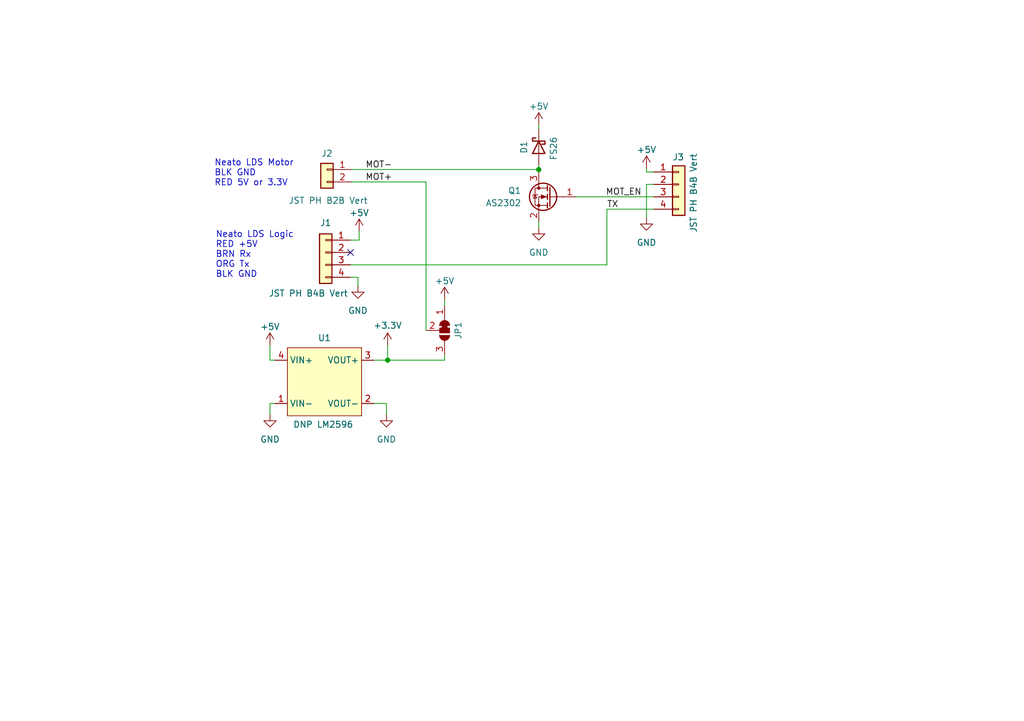
<source format=kicad_sch>
(kicad_sch (version 20230121) (generator eeschema)
  (paper "A5")
  (title_block (title "Neato XV/Botvac LDS adapter") (date "2024-01-16") (rev "0.1.0") (company "makerspet.com"))
  (lib_symbols
    (symbol "Connector_Generic:Conn_01x02" (pin_names (offset 1.016) hide)
      (property "Reference" "J" (at 0 2.54 0))
      (property "Value" "Conn_01x02" (at 0 -5.08 0))
      (symbol "Conn_01x02_1_1"
        (rectangle (start -1.27 -2.413) (end 0 -2.667) (stroke (width 0.1524)))
        (rectangle (start -1.27 0.127) (end 0 -0.127) (stroke (width 0.1524)))
        (rectangle (start -1.27 1.27) (end 1.27 -3.81) (stroke (width 0.254)) (fill (type background)))
        (pin passive line (at -5.08 0 0) (length 3.81) (name "Pin_1") (number "1"))
        (pin passive line (at -5.08 -2.54 0) (length 3.81) (name "Pin_2") (number "2"))
      )
    )
    (symbol "Connector_Generic:Conn_01x04" (pin_names (offset 1.016) hide)
      (property "Reference" "J" (at 0 5.08 0))
      (property "Value" "Conn_01x04" (at 0 -7.62 0))
      (symbol "Conn_01x04_1_1"
        (rectangle (start -1.27 -4.953) (end 0 -5.207) (stroke (width 0.1524)))
        (rectangle (start -1.27 -2.413) (end 0 -2.667) (stroke (width 0.1524)))
        (rectangle (start -1.27 0.127) (end 0 -0.127) (stroke (width 0.1524)))
        (rectangle (start -1.27 2.667) (end 0 2.413) (stroke (width 0.1524)))
        (rectangle (start -1.27 3.81) (end 1.27 -6.35) (stroke (width 0.254)) (fill (type background)))
        (pin passive line (at -5.08 2.54 0) (length 3.81) (name "Pin_1") (number "1"))
        (pin passive line (at -5.08 0 0) (length 3.81) (name "Pin_2") (number "2"))
        (pin passive line (at -5.08 -2.54 0) (length 3.81) (name "Pin_3") (number "3"))
        (pin passive line (at -5.08 -5.08 0) (length 3.81) (name "Pin_4") (number "4"))
      )
    )
    (symbol "Device:D_Schottky" (pin_numbers hide) (pin_names (offset 1.016) hide)
      (property "Reference" "D" (at 0 2.54 0))
      (property "Value" "D_Schottky" (at 0 -2.54 0))
      (symbol "D_Schottky_0_1"
        (polyline (pts (xy 1.27 0) (xy -1.27 0)))
        (polyline (pts (xy 1.27 1.27) (xy 1.27 -1.27) (xy -1.27 0) (xy 1.27 1.27)) (stroke (width 0.254)))
        (polyline (pts (xy -1.905 0.635) (xy -1.905 1.27) (xy -1.27 1.27) (xy -1.27 -1.27) (xy -0.635 -1.27) (xy -0.635 -0.635)) (stroke (width 0.254)))
      )
      (symbol "D_Schottky_1_1"
        (pin passive line (at -3.81 0 0) (length 2.54) (name "K") (number "1"))
        (pin passive line (at 3.81 0 180) (length 2.54) (name "A") (number "2"))
      )
    )
    (symbol "Jumper:SolderJumper_3_Bridged12" (pin_names (offset 0) hide)
      (property "Reference" "JP" (at -2.54 -2.54 0))
      (property "Value" "SolderJumper_3_Bridged12" (at 0 2.794 0))
      (symbol "SolderJumper_3_Bridged12_0_1"
        (rectangle (start -1.016 0.508) (end -0.508 -0.508) (fill (type outline)))
        (arc (start -1.016 1.016) (mid -2.0276 0) (end -1.016 -1.016))
        (arc (start -1.016 1.016) (mid -2.0276 0) (end -1.016 -1.016) (fill (type outline)))
        (rectangle (start -0.508 1.016) (end 0.508 -1.016) (fill (type outline)))
        (polyline (pts (xy -2.54 0) (xy -2.032 0)))
        (polyline (pts (xy -1.016 1.016) (xy -1.016 -1.016)))
        (polyline (pts (xy 0 -1.27) (xy 0 -1.016)))
        (polyline (pts (xy 1.016 1.016) (xy 1.016 -1.016)))
        (polyline (pts (xy 2.54 0) (xy 2.032 0)))
        (arc (start 1.016 -1.016) (mid 2.0276 0) (end 1.016 1.016))
        (arc (start 1.016 -1.016) (mid 2.0276 0) (end 1.016 1.016) (fill (type outline)))
      )
      (symbol "SolderJumper_3_Bridged12_1_1"
        (pin passive line (at -5.08 0 0) (length 2.54) (name "A") (number "1"))
        (pin passive line (at 0 -3.81 90) (length 2.54) (name "C") (number "2"))
        (pin passive line (at 5.08 0 180) (length 2.54) (name "B") (number "3"))
      )
    )
    (symbol "Makerspet:LM2596 Module"
      (property "Reference" "U" (at 0 -1.27 0))
      (symbol "LM2596 Module_1_1"
        (rectangle (start -7.62 -2.54) (end 7.62 -16.51) (fill (type background)))
        (pin passive line (at -10.16 -13.97 0) (length 2.54) (name "VIN-") (number "1"))
        (pin passive line (at 10.16 -13.97 180) (length 2.54) (name "VOUT-") (number "2"))
        (pin power_out line (at 10.16 -5.08 180) (length 2.54) (name "VOUT+") (number "3"))
        (pin power_in line (at -10.16 -5.08 0) (length 2.54) (name "VIN+") (number "4"))
      )
    )
    (symbol "Transistor_FET:BSS123" (pin_names hide)
      (property "Reference" "Q" (at 5.08 1.905 0))
      (property "Value" "BSS123" (at 5.08 0 0))
      (symbol "BSS123_0_1"
        (polyline (pts (xy 0.254 0) (xy -2.54 0)))
        (polyline (pts (xy 0.254 1.905) (xy 0.254 -1.905)) (stroke (width 0.254)))
        (polyline (pts (xy 0.762 -1.27) (xy 0.762 -2.286)) (stroke (width 0.254)))
        (polyline (pts (xy 0.762 0.508) (xy 0.762 -0.508)) (stroke (width 0.254)))
        (polyline (pts (xy 0.762 2.286) (xy 0.762 1.27)) (stroke (width 0.254)))
        (polyline (pts (xy 2.54 2.54) (xy 2.54 1.778)))
        (polyline (pts (xy 2.54 -2.54) (xy 2.54 0) (xy 0.762 0)))
        (polyline (pts (xy 0.762 -1.778) (xy 3.302 -1.778) (xy 3.302 1.778) (xy 0.762 1.778)))
        (polyline (pts (xy 1.016 0) (xy 2.032 0.381) (xy 2.032 -0.381) (xy 1.016 0)) (fill (type outline)))
        (polyline (pts (xy 2.794 0.508) (xy 2.921 0.381) (xy 3.683 0.381) (xy 3.81 0.254)))
        (polyline (pts (xy 3.302 0.381) (xy 2.921 -0.254) (xy 3.683 -0.254) (xy 3.302 0.381)))
        (circle (center 1.651 0) (radius 2.794) (stroke (width 0.254)))
        (circle (center 2.54 -1.778) (radius 0.254) (fill (type outline)))
        (circle (center 2.54 1.778) (radius 0.254) (fill (type outline)))
      )
      (symbol "BSS123_1_1"
        (pin input line (at -5.08 0 0) (length 2.54) (name "G") (number "1"))
        (pin passive line (at 2.54 -5.08 90) (length 2.54) (name "S") (number "2"))
        (pin passive line (at 2.54 5.08 270) (length 2.54) (name "D") (number "3"))
      )
    )
    (symbol "power:+3.3V" (power) (pin_names (offset 0))
      (property "Value" "+3.3V" (at 0 3.556 0))
      (symbol "+3.3V_0_1"
        (polyline (pts (xy -0.762 1.27) (xy 0 2.54)))
        (polyline (pts (xy 0 0) (xy 0 2.54)))
        (polyline (pts (xy 0 2.54) (xy 0.762 1.27)))
      )
      (symbol "+3.3V_1_1"
        (pin power_in line (at 0 0 90) (length 0) hide (name "+3.3V") (number "1"))
      )
    )
    (symbol "power:+5V" (power) (pin_names (offset 0))
      (property "Value" "+5V" (at 0 3.556 0))
      (symbol "+5V_0_1"
        (polyline (pts (xy -0.762 1.27) (xy 0 2.54)))
        (polyline (pts (xy 0 0) (xy 0 2.54)))
        (polyline (pts (xy 0 2.54) (xy 0.762 1.27)))
      )
      (symbol "+5V_1_1"
        (pin power_in line (at 0 0 90) (length 0) hide (name "+5V") (number "1"))
      )
    )
    (symbol "power:GND" (power) (pin_names (offset 0))
      (property "Value" "GND" (at 0 -3.81 0))
      (symbol "GND_0_1"
        (polyline (pts (xy 0 0) (xy 0 -1.27) (xy 1.27 -1.27) (xy 0 -2.54) (xy -1.27 -1.27) (xy 0 -1.27)))
      )
      (symbol "GND_1_1"
        (pin power_in line (at 0 0 270) (length 0) hide (name "GND") (number "1"))
      )
    )
  )
  (junction (at 110.49 34.798))
  (junction (at 79.502 73.914))
  (no_connect (at 71.882 51.816))
  (wire (pts (xy 56.388 82.804) (xy 55.372 82.804)))
  (wire (pts (xy 134.112 35.306) (xy 132.588 35.306)))
  (wire (pts (xy 72.136 37.338) (xy 87.376 37.338)))
  (wire (pts (xy 132.588 37.846) (xy 132.588 44.704)))
  (wire (pts (xy 76.708 73.914) (xy 79.502 73.914)))
  (wire (pts (xy 72.136 34.798) (xy 110.49 34.798)))
  (wire (pts (xy 91.186 72.898) (xy 91.186 73.914)))
  (wire (pts (xy 87.376 67.818) (xy 87.376 37.338)))
  (wire (pts (xy 110.49 34.798) (xy 110.49 35.306)))
  (wire (pts (xy 110.49 34.036) (xy 110.49 34.798)))
  (wire (pts (xy 91.186 61.468) (xy 91.186 62.738)))
  (wire (pts (xy 73.66 49.276) (xy 71.882 49.276)))
  (wire (pts (xy 124.46 42.926) (xy 124.46 54.356)))
  (wire (pts (xy 71.882 56.896) (xy 73.406 56.896)))
  (wire (pts (xy 73.406 56.896) (xy 73.406 58.674)))
  (wire (pts (xy 55.372 82.804) (xy 55.372 85.09)))
  (wire (pts (xy 55.372 73.914) (xy 55.372 70.866)))
  (wire (pts (xy 79.248 85.09) (xy 79.248 82.804)))
  (wire (pts (xy 110.49 45.466) (xy 110.49 46.736)))
  (wire (pts (xy 134.112 37.846) (xy 132.588 37.846)))
  (wire (pts (xy 73.66 47.498) (xy 73.66 49.276)))
  (wire (pts (xy 56.388 73.914) (xy 55.372 73.914)))
  (wire (pts (xy 132.588 35.306) (xy 132.588 34.544)))
  (wire (pts (xy 118.11 40.386) (xy 134.112 40.386)))
  (wire (pts (xy 79.248 82.804) (xy 76.708 82.804)))
  (wire (pts (xy 124.46 42.926) (xy 134.112 42.926)))
  (wire (pts (xy 79.502 73.914) (xy 91.186 73.914)))
  (wire (pts (xy 110.49 25.654) (xy 110.49 26.416)))
  (wire (pts (xy 71.882 54.356) (xy 124.46 54.356)))
  (wire (pts (xy 79.502 70.866) (xy 79.502 73.914)))
  (text "Neato LDS Logic\nRED +5V\nBRN Rx\nORG Tx\nBLK GND" (at 44.196 57.15 0) (effects (font (size 1.27 1.27)) (justify left bottom)))
  (text "Neato LDS Motor\nBLK GND\nRED 5V or 3.3V" (at 43.942 38.354 0) (effects (font (size 1.27 1.27)) (justify left bottom)))
  (label "MOT_EN" (at 124.206 40.386 0))
  (label "MOT+" (at 74.93 37.338 0))
  (label "MOT-" (at 74.93 34.798 0))
  (label "TX" (at 124.46 42.926 0))
  (symbol (lib_id "power:GND") (at 73.406 58.674 0) (unit 1)
    (property "Reference" "#PWR05" (effects hide))
    (property "Value" "GND" (at 73.406 63.754 0))
  )
  (symbol (lib_id "power:GND") (at 132.588 44.704 0) (unit 1)
    (property "Reference" "#PWR08" (effects hide))
    (property "Value" "GND" (at 132.588 49.784 0))
  )
  (symbol (lib_id "Connector_Generic:Conn_01x04") (at 66.802 51.816 0) (mirror y) (unit 1)
    (property "Reference" "J1" (at 66.802 45.72 0))
    (property "Value" "JST PH B4B Vert" (at 63.246 60.198 0))
    (property "Footprint" "Connector_JST:JST_PH_B4B-PH-K_1x04_P2.00mm_Vertical" (effects hide))
  )
  (symbol (lib_id "power:+5V") (at 91.186 61.468 0) (unit 1)
    (property "Reference" "#PWR09" (effects hide))
    (property "Value" "+5V" (at 91.186 57.658 0))
  )
  (symbol (lib_id "power:GND") (at 110.49 46.736 0) (unit 1)
    (property "Reference" "#PWR02" (effects hide))
    (property "Value" "GND" (at 110.49 51.816 0))
  )
  (symbol (lib_id "Connector_Generic:Conn_01x04") (at 139.192 37.846 0) (unit 1)
    (property "Reference" "J3" (at 137.922 32.258 0) (effects (justify left)))
    (property "Value" "JST PH B4B Vert" (at 142.24 47.752 90) (effects (justify left)))
    (property "Footprint" "Connector_JST:JST_PH_B4B-PH-K_1x04_P2.00mm_Vertical" (effects hide))
  )
  (symbol (lib_id "Connector_Generic:Conn_01x02") (at 67.056 34.798 0) (mirror y) (unit 1)
    (property "Reference" "J2" (at 67.056 31.496 0))
    (property "Value" "JST PH B2B Vert" (at 67.31 41.148 0))
    (property "Footprint" "Connector_JST:JST_PH_B2B-PH-K_1x02_P2.00mm_Vertical" (effects hide))
  )
  (symbol (lib_id "power:+3.3V") (at 79.502 70.866 0) (unit 1)
    (property "Reference" "#PWR010" (effects hide))
    (property "Value" "+3.3V" (at 79.502 66.802 0))
  )
  (symbol (lib_id "Jumper:SolderJumper_3_Bridged12") (at 91.186 67.818 270) (unit 1) (in_bom no)
    (property "Reference" "JP1" (at 93.98 67.818 0))
    (property "Value" "SolderJumper_3_Bridged12" (effects hide))
    (property "Footprint" "Jumper:SolderJumper-3_P1.3mm_Bridged12_RoundedPad1.0x1.5mm_NumberLabels" (effects hide))
  )
  (symbol (lib_id "power:+5V") (at 110.49 25.654 0) (unit 1)
    (property "Reference" "#PWR01" (effects hide))
    (property "Value" "+5V" (at 110.49 21.844 0))
  )
  (symbol (lib_id "Makerspet:LM2596 Module") (at 66.548 68.834 0) (unit 1)
    (property "Reference" "U1" (at 66.548 69.342 0))
    (property "Value" "DNP LM2596" (at 66.294 87.122 0))
    (property "Footprint" "Makerspet:LM2596 Module" (effects hide))
  )
  (symbol (lib_id "power:+5V") (at 132.588 34.544 0) (unit 1)
    (property "Reference" "#PWR07" (effects hide))
    (property "Value" "+5V" (at 132.588 30.734 0))
  )
  (symbol (lib_id "Device:D_Schottky") (at 110.49 30.226 90) (mirror x) (unit 1)
    (property "Reference" "D1" (at 107.442 30.226 0))
    (property "Value" "FS26" (at 113.538 30.48 0))
    (property "Footprint" "Diode_SMD:D_SOD-123F" (effects hide))
    (property "Datasheet" "https://www.digikey.com/en/products/detail/good-ark-semiconductor/FS26/18667798" (effects hide))
  )
  (symbol (lib_id "power:GND") (at 55.372 85.09 0) (unit 1)
    (property "Reference" "#PWR06" (effects hide))
    (property "Value" "GND" (at 55.372 90.17 0))
  )
  (symbol (lib_id "power:+5V") (at 55.372 70.866 0) (unit 1)
    (property "Reference" "#PWR03" (effects hide))
    (property "Value" "+5V" (at 55.372 67.056 0))
  )
  (symbol (lib_id "power:+5V") (at 73.66 47.498 0) (unit 1)
    (property "Reference" "#PWR04" (effects hide))
    (property "Value" "+5V" (at 73.66 43.688 0))
  )
  (symbol (lib_id "Transistor_FET:BSS123") (at 113.03 40.386 0) (mirror y) (unit 1)
    (property "Reference" "Q1" (at 106.934 39.116 0) (effects (justify left)))
    (property "Value" "AS2302" (at 106.934 41.656 0) (effects (justify left)))
    (property "Footprint" "Package_TO_SOT_SMD:SOT-23" (effects hide))
    (property "Datasheet" "https://www.digikey.com/en/products/detail/anbon-semiconductor-int-l-limited/AS2302/16708469" (effects hide))
  )
  (symbol (lib_id "power:GND") (at 79.248 85.09 0) (unit 1)
    (property "Reference" "#PWR011" (effects hide))
    (property "Value" "GND" (at 79.248 90.17 0))
  )
)
</source>
